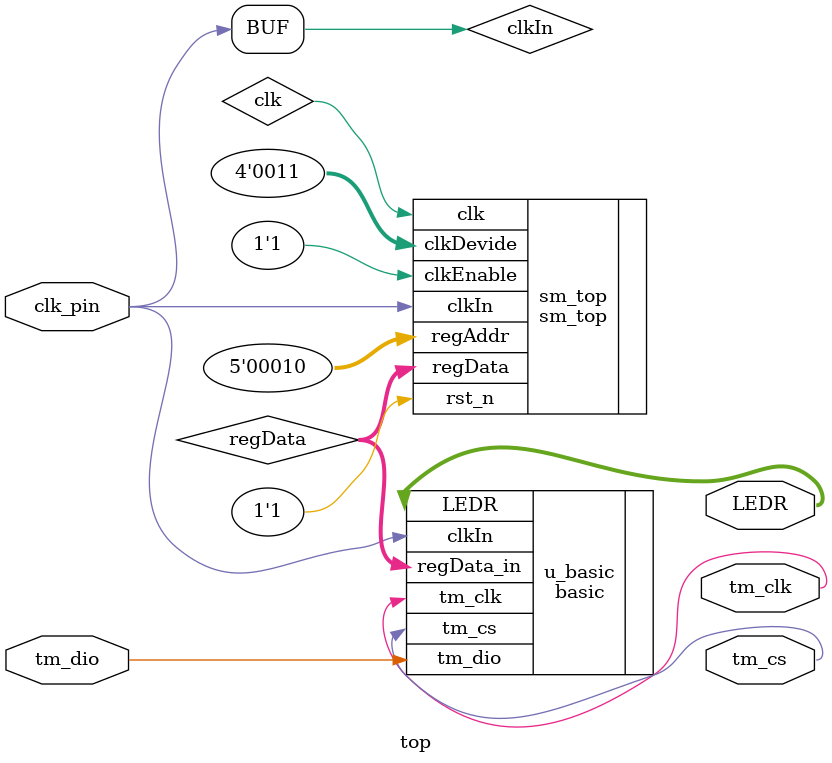
<source format=v>
module top (
    // Внешние контакты (физические пины)
    input   wire       clk_pin,
    output  wire       tm_cs,        // Chip Select для TM1638
    output  wire       tm_clk,      // Тактовый сигнал для TM1638
    output  [  5:0 ]   LEDR,
    inout   wire       tm_dio        // Данные для TM1638

);

    // Внутренние сигналы (не привязаны к пинам!)
   wire                clk;
   wire                clkIn     =  clk_pin;
   parameter           rst_n     =  1'b1;  // Добавлено: фиксированное значение для сброса
   parameter           clkEnable =  1'b1;  // Добавлено: фиксированное значение для разрешения тактирования
   parameter  [  3:0 ] clkDevide =  4'b0011;
   parameter  [  4:0 ] regAddr   =  5'b00010;
   wire       [ 31:0 ] regData;


//   <имя_модуля> <имя_экземпляра> (
//      .<порт_подключаемого_модуля>(<сигнал_текущего_модуля>),
//      ...
//   );
  basic u_basic  (
     .clkIn (clkIn),
     .LEDR  (LEDR),
     .tm_clk(tm_clk),
     .tm_cs (tm_cs),
     .tm_dio(tm_dio),
     .regData_in(regData)
);


    //cores
    sm_top sm_top
    (
        .clkIn      ( clkIn     ),
        .rst_n      ( rst_n     ),
        .clkDevide  ( clkDevide ),
        .clkEnable  ( clkEnable ),
        .clk        ( clk       ),
        .regAddr    ( regAddr   ),
        .regData    ( regData   )
    );

    
endmodule
</source>
